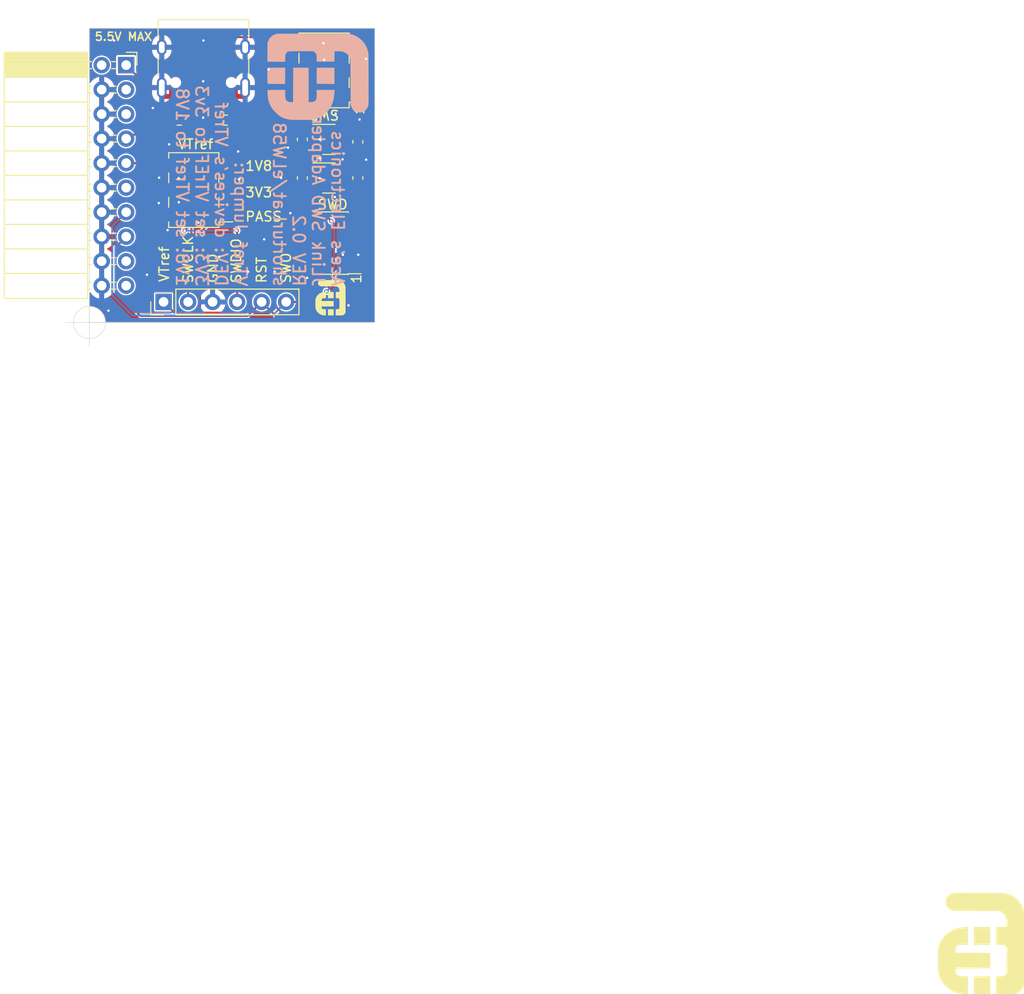
<source format=kicad_pcb>
(kicad_pcb (version 20220427) (generator pcbnew)
  (layers (0 "F.Cu" signal) (31 "B.Cu" signal) (34 "B.Paste" user) (35 "F.Paste" user) (36 "B.SilkS" user "B.Silkscreen") (37 "F.SilkS" user "F.Silkscreen") (38 "B.Mask" user) (39 "F.Mask" user) (44 "Edge.Cuts" user))
  (net 0 "")
  (net 2 "GND")
  (net 3 "unconnected-(J1-Pin_8)")
  (net 4 "/SWO\\TDO")
  (net 5 "/SWDCLK\\TCK")
  (net 6 "/SWDIO\\TMS")
  (net 7 "/VTref")
  (net 9 "/RESET")
  (net 17 "+5V")
  (net 18 "+1V8")
  (net 19 "+3V3")
  (net 20 "/VTrefJ")
  (net 21 "Net-(J6-CC1)")
  (net 25 "Net-(J6-CC2)")
  (footprint "Connector_PinHeader_1.27mm:PinHeader_2x05_P1.27mm_Vertical_SMD" (layer "F.Cu") (at 163.5 101 180)
    (fp_text reference "J1" hide)
    (fp_text value "Conn_02x05_Odd_Even")
    (pad "1" smd rect (at -1.95 -2.54 180) (size 2.4 0.74) (layers "F.Cu" "F.Paste" "F.Mask") (net 20 "/VTrefJ"))
    (pad "2" smd rect (at 1.95 -2.54 180) (size 2.4 0.74) (layers "F.Cu" "F.Paste" "F.Mask") (net 6 "/SWDIO\\TMS"))
    (pad "3" smd rect (at -1.95 -1.27 180) (size 2.4 0.74) (layers "F.Cu" "F.Paste" "F.Mask") (net 2 "GND"))
    (pad "4" smd rect (at 1.95 -1.27 180) (size 2.4 0.74) (layers "F.Cu" "F.Paste" "F.Mask") (net 5 "/SWDCLK\\TCK"))
    (pad "5" smd rect (at -1.95 0 180) (size 2.4 0.74) (layers "F.Cu" "F.Paste" "F.Mask"))
    (pad "6" smd rect (at 1.95 0 180) (size 2.4 0.74) (layers "F.Cu" "F.Paste" "F.Mask") (net 4 "/SWO\\TDO"))
    (pad "7" smd rect (at -1.95 1.27 180) (size 2.4 0.74) (layers "F.Cu" "F.Paste" "F.Mask"))
    (pad "8" smd rect (at 1.95 1.27 180) (size 2.4 0.74) (layers "F.Cu" "F.Paste" "F.Mask") (net 3 "unconnected-(J1-Pin_8)"))
    (pad "9" smd rect (at -1.95 2.54 180) (size 2.4 0.74) (layers "F.Cu" "F.Paste" "F.Mask"))
    (pad "10" smd rect (at 1.95 2.54 180) (size 2.4 0.74) (layers "F.Cu" "F.Paste" "F.Mask") (net 9 "/RESET"))
  )
  (footprint "Connector_PinSocket_2.54mm:PinSocket_2x10_P2.54mm_Horizontal" (layer "F.Cu") (at 142.24 82.55)
    (fp_text reference "J4" hide)
    (fp_text value "Conn_02x10_Odd_Even")
    (pad "1" thru_hole rect (at 0 0) (size 1.7 1.7) (drill 1) (layers *.Cu *.Mask) (net 7 "/VTref"))
    (pad "2" thru_hole oval (at -2.54 0) (size 1.7 1.7) (drill 1) (layers *.Cu *.Mask))
    (pad "3" thru_hole oval (at 0 2.54) (size 1.7 1.7) (drill 1) (layers *.Cu *.Mask))
    (pad "4" thru_hole oval (at -2.54 2.54) (size 1.7 1.7) (drill 1) (layers *.Cu *.Mask) (net 2 "GND"))
    (pad "5" thru_hole oval (at 0 5.08) (size 1.7 1.7) (drill 1) (layers *.Cu *.Mask))
    (pad "6" thru_hole oval (at -2.54 5.08) (size 1.7 1.7) (drill 1) (layers *.Cu *.Mask) (net 2 "GND"))
    (pad "7" thru_hole oval (at 0 7.62) (size 1.7 1.7) (drill 1) (layers *.Cu *.Mask) (net 6 "/SWDIO\\TMS"))
    (pad "8" thru_hole oval (at -2.54 7.62) (size 1.7 1.7) (drill 1) (layers *.Cu *.Mask) (net 2 "GND"))
    (pad "9" thru_hole oval (at 0 10.16) (size 1.7 1.7) (drill 1) (layers *.Cu *.Mask) (net 5 "/SWDCLK\\TCK"))
    (pad "10" thru_hole oval (at -2.54 10.16) (size 1.7 1.7) (drill 1) (layers *.Cu *.Mask) (net 2 "GND"))
    (pad "11" thru_hole oval (at 0 12.7) (size 1.7 1.7) (drill 1) (layers *.Cu *.Mask))
    (pad "12" thru_hole oval (at -2.54 12.7) (size 1.7 1.7) (drill 1) (layers *.Cu *.Mask) (net 2 "GND"))
    (pad "13" thru_hole oval (at 0 15.24) (size 1.7 1.7) (drill 1) (layers *.Cu *.Mask) (net 4 "/SWO\\TDO"))
    (pad "14" thru_hole oval (at -2.54 15.24) (size 1.7 1.7) (drill 1) (layers *.Cu *.Mask) (net 2 "GND"))
    (pad "15" thru_hole oval (at 0 17.78) (size 1.7 1.7) (drill 1) (layers *.Cu *.Mask) (net 9 "/RESET"))
    (pad "16" thru_hole oval (at -2.54 17.78) (size 1.7 1.7) (drill 1) (layers *.Cu *.Mask) (net 2 "GND"))
    (pad "17" thru_hole oval (at 0 20.32) (size 1.7 1.7) (drill 1) (layers *.Cu *.Mask))
    (pad "18" thru_hole oval (at -2.54 20.32) (size 1.7 1.7) (drill 1) (layers *.Cu *.Mask) (net 2 "GND"))
    (pad "19" thru_hole oval (at 0 22.86) (size 1.7 1.7) (drill 1) (layers *.Cu *.Mask))
    (pad "20" thru_hole oval (at -2.54 22.86) (size 1.7 1.7) (drill 1) (layers *.Cu *.Mask) (net 2 "GND"))
  )
  (footprint "Connector_PinHeader_2.54mm:PinHeader_1x06_P2.54mm_Vertical" (layer "F.Cu") (at 146.12 107.09 90)
    (fp_text reference "J3" hide)
    (fp_text value "Conn_01x06")
    (pad "1" thru_hole rect (at 0 0 90) (size 1.7 1.7) (drill 1) (layers *.Cu *.Mask) (net 20 "/VTrefJ"))
    (pad "2" thru_hole oval (at 0 2.54 90) (size 1.7 1.7) (drill 1) (layers *.Cu *.Mask) (net 5 "/SWDCLK\\TCK"))
    (pad "3" thru_hole oval (at 0 5.08 90) (size 1.7 1.7) (drill 1) (layers *.Cu *.Mask) (net 2 "GND"))
    (pad "4" thru_hole oval (at 0 7.62 90) (size 1.7 1.7) (drill 1) (layers *.Cu *.Mask) (net 6 "/SWDIO\\TMS"))
    (pad "5" thru_hole oval (at 0 10.16 90) (size 1.7 1.7) (drill 1) (layers *.Cu *.Mask) (net 9 "/RESET"))
    (pad "6" thru_hole oval (at 0 12.7 90) (size 1.7 1.7) (drill 1) (layers *.Cu *.Mask) (net 4 "/SWO\\TDO"))
  )
  (footprint "Capacitor_SMD:C_0603_1608Metric" (layer "F.Cu") (at 160.5 94.25 90)
    (fp_text reference "C4" hide)
    (fp_text value "1u")
    (pad "1" smd roundrect (at -0.775 0 90) (size 0.9 0.95) (layers "F.Cu" "F.Paste" "F.Mask") (net 19 "+3V3"))
    (pad "2" smd roundrect (at 0.775 0 90) (size 0.9 0.95) (layers "F.Cu" "F.Paste" "F.Mask") (net 2 "GND"))
  )
  (footprint "Resistor_SMD:R_0603_1608Metric" (layer "F.Cu") (at 147.75 88.25)
    (fp_text reference "R2" hide)
    (fp_text value "5.1k")
    (pad "1" smd roundrect (at -0.825 0) (size 0.8 0.95) (layers "F.Cu" "F.Paste" "F.Mask") (net 2 "GND"))
    (pad "2" smd roundrect (at 0.825 0) (size 0.8 0.95) (layers "F.Cu" "F.Paste" "F.Mask") (net 25 "Net-(J6-CC2)"))
  )
  (footprint "Resistor_SMD:R_0603_1608Metric" (layer "F.Cu") (at 152.5 88.25 180)
    (fp_text reference "R1" hide)
    (fp_text value "5.1k")
    (pad "1" smd roundrect (at -0.825 0 180) (size 0.8 0.95) (layers "F.Cu" "F.Paste" "F.Mask") (net 2 "GND"))
    (pad "2" smd roundrect (at 0.825 0 180) (size 0.8 0.95) (layers "F.Cu" "F.Paste" "F.Mask") (net 21 "Net-(J6-CC1)"))
  )
  (footprint "Connector_PinHeader_2.54mm:PinHeader_2x03_P2.54mm_Vertical_SMD" (layer "F.Cu") (at 149.25 95.5 180)
    (fp_text reference "J2" hide)
    (fp_text value "Conn_02x03_Odd_Even")
    (pad "1" smd rect (at -2.525 -2.54 180) (size 3.15 1) (layers "F.Cu" "F.Paste" "F.Mask") (net 20 "/VTrefJ"))
    (pad "2" smd rect (at 2.525 -2.54 180) (size 3.15 1) (layers "F.Cu" "F.Paste" "F.Mask") (net 7 "/VTref"))
    (pad "3" smd rect (at -2.525 0 180) (size 3.15 1) (layers "F.Cu" "F.Paste" "F.Mask") (net 19 "+3V3"))
    (pad "4" smd rect (at 2.525 0 180) (size 3.15 1) (layers "F.Cu" "F.Paste" "F.Mask") (net 7 "/VTref"))
    (pad "5" smd rect (at -2.525 2.54 180) (size 3.15 1) (layers "F.Cu" "F.Paste" "F.Mask") (net 18 "+1V8"))
    (pad "6" smd rect (at 2.525 2.54 180) (size 3.15 1) (layers "F.Cu" "F.Paste" "F.Mask") (net 7 "/VTref"))
  )
  (footprint "Acea:ae_3-5mm" (layer "F.Cu") (at 163.4 106.7)
    (fp_text reference "G***" hide)
    (fp_text value "" (at 0.75 0) (layer "F.SilkS") (effects (font (size 1.524 1.524) (thickness 0.3))))
  )
  (footprint "Package_TO_SOT_SMD:SOT-23" (layer "F.Cu") (at 163.25 90.25)
    (fp_text reference "U1" hide)
    (fp_text value "1.8V LDO")
    (pad "1" smd roundrect (at -0.9375 -0.95) (size 1.475 0.6) (layers "F.Cu" "F.Paste" "F.Mask") (net 2 "GND"))
    (pad "2" smd roundrect (at -0.9375 0.95) (size 1.475 0.6) (layers "F.Cu" "F.Paste" "F.Mask") (net 18 "+1V8"))
    (pad "3" smd roundrect (at 0.9375 0) (size 1.475 0.6) (layers "F.Cu" "F.Paste" "F.Mask") (net 17 "+5V"))
  )
  (footprint "Connector_PinHeader_2.54mm:PinHeader_2x03_P2.54mm_Vertical_SMD" (layer "F.Cu") (at 162.75 83.1 180)
    (fp_text reference "J5" hide)
    (fp_text value "Conn_02x03_Odd_Even")
    (pad "1" smd rect (at -2.525 -2.54 180) (size 3.15 1) (layers "F.Cu" "F.Paste" "F.Mask") (net 20 "/VTrefJ"))
    (pad "2" smd rect (at 2.525 -2.54 180) (size 3.15 1) (layers "F.Cu" "F.Paste" "F.Mask") (net 6 "/SWDIO\\TMS"))
    (pad "3" smd rect (at -2.525 0 180) (size 3.15 1) (layers "F.Cu" "F.Paste" "F.Mask") (net 9 "/RESET"))
    (pad "4" smd rect (at 2.525 0 180) (size 3.15 1) (layers "F.Cu" "F.Paste" "F.Mask") (net 5 "/SWDCLK\\TCK"))
    (pad "5" smd rect (at -2.525 2.54 180) (size 3.15 1) (layers "F.Cu" "F.Paste" "F.Mask") (net 2 "GND"))
    (pad "6" smd rect (at 2.525 2.54 180) (size 3.15 1) (layers "F.Cu" "F.Paste" "F.Mask") (net 4 "/SWO\\TDO"))
  )
  (footprint "Capacitor_SMD:C_0603_1608Metric" (layer "F.Cu") (at 166.25 90.5 -90)
    (fp_text reference "C1" hide)
    (fp_text value "1u")
    (pad "1" smd roundrect (at -0.775 0 270) (size 0.9 0.95) (layers "F.Cu" "F.Paste" "F.Mask") (net 17 "+5V"))
    (pad "2" smd roundrect (at 0.775 0 270) (size 0.9 0.95) (layers "F.Cu" "F.Paste" "F.Mask") (net 2 "GND"))
  )
  (footprint "Acea:ae_10mm" (layer "F.Cu") (at 230.8 173.7)
    (fp_text reference "G***" hide)
    (fp_text value "LOGO" hide)
  )
  (footprint "Capacitor_SMD:C_0603_1608Metric" (layer "F.Cu") (at 166.25 94.25 90)
    (fp_text reference "C3" hide)
    (fp_text value "1u")
    (pad "1" smd roundrect (at -0.775 0 90) (size 0.9 0.95) (layers "F.Cu" "F.Paste" "F.Mask") (net 17 "+5V"))
    (pad "2" smd roundrect (at 0.775 0 90) (size 0.9 0.95) (layers "F.Cu" "F.Paste" "F.Mask") (net 2 "GND"))
  )
  (footprint "Connector_USB:USB_C_Receptacle_HRO_TYPE-C-31-M-12" (layer "F.Cu") (at 150.25 81.75 180)
    (fp_text reference "J6" hide)
    (fp_text value "USB_C_Receptacle_USB2.0")
    (pad "" np_thru_hole circle (at -2.89 -2.6 180) (size 0.65 0.65) (drill 0.65) (layers *.Cu *.Mask))
    (pad "" np_thru_hole circle (at 2.89 -2.6 180) (size 0.65 0.65) (drill 0.65) (layers *.Cu *.Mask))
    (pad "A1" smd rect (at -3.25 -4.045 180) (size 0.6 1.45) (layers "F.Cu" "F.Paste" "F.Mask") (net 2 "GND"))
    (pad "A4" smd rect (at -2.45 -4.045 180) (size 0.6 1.45) (layers "F.Cu" "F.Paste" "F.Mask") (net 17 "+5V"))
    (pad "A5" smd rect (at -1.25 -4.045 180) (size 0.3 1.45) (layers "F.Cu" "F.Paste" "F.Mask") (net 21 "Net-(J6-CC1)"))
    (pad "A6" smd rect (at -0.25 -4.045 180) (size 0.3 1.45) (layers "F.Cu" "F.Paste" "F.Mask"))
    (pad "A7" smd rect (at 0.25 -4.045 180) (size 0.3 1.45) (layers "F.Cu" "F.Paste" "F.Mask"))
    (pad "A8" smd rect (at 1.25 -4.045 180) (size 0.3 1.45) (layers "F.Cu" "F.Paste" "F.Mask"))
    (pad "A9" smd rect (at 2.45 -4.045 180) (size 0.6 1.45) (layers "F.Cu" "F.Paste" "F.Mask") (net 17 "+5V"))
    (pad "A12" smd rect (at 3.25 -4.045 180) (size 0.6 1.45) (layers "F.Cu" "F.Paste" "F.Mask") (net 2 "GND"))
    (pad "B1" smd rect (at 3.25 -4.045 180) (size 0.6 1.45) (layers "F.Cu" "F.Paste" "F.Mask") (net 2 "GND"))
    (pad "B4" smd rect (at 2.45 -4.045 180) (size 0.6 1.45) (layers "F.Cu" "F.Paste" "F.Mask") (net 17 "+5V"))
    (pad "B5" smd rect (at 1.75 -4.045 180) (size 0.3 1.45) (layers "F.Cu" "F.Paste" "F.Mask") (net 25 "Net-(J6-CC2)"))
    (pad "B6" smd rect (at 0.75 -4.045 180) (size 0.3 1.45) (layers "F.Cu" "F.Paste" "F.Mask"))
    (pad "B7" smd rect (at -0.75 -4.045 180) (size 0.3 1.45) (layers "F.Cu" "F.Paste" "F.Mask"))
    (pad "B8" smd rect (at -1.75 -4.045 180) (size 0.3 1.45) (layers "F.Cu" "F.Paste" "F.Mask"))
    (pad "B9" smd rect (at -2.45 -4.045 180) (size 0.6 1.45) (layers "F.Cu" "F.Paste" "F.Mask") (net 17 "+5V"))
    (pad "B12" smd rect (at -3.25 -4.045 180) (size 0.6 1.45) (layers "F.Cu" "F.Paste" "F.Mask") (net 2 "GND"))
    (pad "S1" thru_hole oval (at -4.32 -3.13 180) (size 1 2.1) (drill oval 0.6 1.7) (layers *.Cu *.Mask) (net 2 "GND"))
    (pad "S1" thru_hole oval (at -4.32 1.05 180) (size 1 1.6) (drill oval 0.6 1.2) (layers *.Cu *.Mask) (net 2 "GND"))
    (pad "S1" thru_hole oval (at 4.32 -3.13 180) (size 1 2.1) (drill oval 0.6 1.7) (layers *.Cu *.Mask) (net 2 "GND"))
    (pad "S1" thru_hole oval (at 4.32 1.05 180) (size 1 1.6) (drill oval 0.6 1.2) (layers *.Cu *.Mask) (net 2 "GND"))
  )
  (footprint "Package_TO_SOT_SMD:SOT-23" (layer "F.Cu") (at 163.25 94.25)
    (fp_text reference "U2" hide)
    (fp_text value "3.3V LDO")
    (pad "1" smd roundrect (at -0.9375 -0.95) (size 1.475 0.6) (layers "F.Cu" "F.Paste" "F.Mask") (net 2 "GND"))
    (pad "2" smd roundrect (at -0.9375 0.95) (size 1.475 0.6) (layers "F.Cu" "F.Paste" "F.Mask") (net 19 "+3V3"))
    (pad "3" smd roundrect (at 0.9375 0) (size 1.475 0.6) (layers "F.Cu" "F.Paste" "F.Mask") (net 17 "+5V"))
  )
  (footprint "Capacitor_SMD:C_0603_1608Metric" (layer "F.Cu") (at 160.5 90.25 90)
    (fp_text reference "C2" hide)
    (fp_text value "1u")
    (pad "1" smd roundrect (at -0.775 0 90) (size 0.9 0.95) (layers "F.Cu" "F.Paste" "F.Mask") (net 18 "+1V8"))
    (pad "2" smd roundrect (at 0.775 0 90) (size 0.9 0.95) (layers "F.Cu" "F.Paste" "F.Mask") (net 2 "GND"))
  )
  (footprint "Acea:ae_10mm" (layer "B.Cu") (at 162 83.8 90)
    (fp_text reference "G***" hide)
    (fp_text value "LOGO" hide)
  )
  (gr_line (start 138.43 109.22) (end 138.43 78.74) (stroke (width 0.05)) (layer "Edge.Cuts"))
  (gr_line (start 168 78.74) (end 168 109.22) (stroke (width 0.05)) (layer "Edge.Cuts"))
  (gr_line (start 138.43 78.74) (end 168 78.74) (stroke (width 0.05)) (layer "Edge.Cuts"))
  (gr_line (start 168 109.22) (end 138.43 109.22) (stroke (width 0.05)) (layer "Edge.Cuts"))
  (gr_text "Ace's Electronics \nJLink SWD Adapter\nREV 0.2\nshorturl.at/eLW58\n\nVTref Jumper:\nDEV: devices's VTref\n3V3: set VTrEF to 3v3\n1V8: set VTref to 1V8" (at 156.1 105.6 270) (layer "B.SilkS") (effects (font (size 1.25 1.25) (thickness 0.2)) (justify left mirror)))
  (gr_text "VTref" (at 147.5 90.75) (layer "F.SilkS") (effects (font (size 1 1) (thickness 0.16)) (justify left)))
  (gr_text "5.5V MAX" (at 138.9 79.6) (layer "F.SilkS") (effects (font (size 0.85 0.85) (thickness 0.16)) (justify left)))
  (gr_text "1" (at 166.4 87.2 90) (layer "F.SilkS") (effects (font (size 1 1))))
  (gr_text "SWD" (at 162 97) (layer "F.SilkS") (effects (font (size 1 1) (thickness 0.16)) (justify left)))
  (gr_text "1V8" (at 154.5 93) (layer "F.SilkS") (effects (font (size 1 1) (thickness 0.16)) (justify left)))
  (gr_text "SWDIO" (at 153.65 105.23 90) (layer "F.SilkS") (effects (font (size 1 1) (thickness 0.16)) (justify left)))
  (gr_text "SWCLK" (at 148.66 105.25 90) (layer "F.SilkS") (effects (font (size 1 1) (thickness 0.16)) (justify left)))
  (gr_text "PASS" (at 154.5 98.25) (layer "F.SilkS") (effects (font (size 1 1) (thickness 0.16)) (justify left)))
  (gr_text "SWD" (at 164.4 87.7 180) (layer "F.SilkS") (effects (font (size 1 1) (thickness 0.16)) (justify left)))
  (gr_text "1" (at 166.1 104.7 90) (layer "F.SilkS") (effects (font (size 1 1))))
  (gr_text "SWO" (at 158.8 105.25 90) (layer "F.SilkS") (effects (font (size 1 1) (thickness 0.16)) (justify left)))
  (gr_text "3V3" (at 154.5 95.75) (layer "F.SilkS") (effects (font (size 1 1) (thickness 0.16)) (justify left)))
  (gr_text "GND" (at 151.23 105.23 90) (layer "F.SilkS") (effects (font (size 1 1) (thickness 0.16)) (justify left)))
  (gr_text "RST" (at 156.27 105.25 90) (layer "F.SilkS") (effects (font (size 1 1) (thickness 0.16)) (justify left)))
  (gr_text "VTref" (at 146.18 105.12 90) (layer "F.SilkS") (effects (font (size 1 1) (thickness 0.16)) (justify left)))
  (target plus (at 138.430796 109.22132) (size 5) (width 0.05) (layer "Edge.Cuts"))
  (segment (start 147 88.175) (end 146.925 88.25) (width 0.2) (layer "F.Cu") (net 2))
  (segment (start 153.5 85.795) (end 153.5 88.075) (width 0.2) (layer "F.Cu") (net 2))
  (segment (start 165.45 102.54) (end 166.28 102.54) (width 0.2) (layer "F.Cu") (net 2))
  (segment (start 153.5 88.075) (end 153.325 88.25) (width 0.2) (layer "F.Cu") (net 2))
  (segment (start 147 85.795) (end 147 88.175) (width 0.2) (layer "F.Cu") (net 2))
  (via (at 146.537355 99.647525) (size 0.45) (drill 0.25) (layers "F.Cu" "B.Cu") (net 2))
  (via (at 154.89382 103.953789) (size 0.45) (drill 0.25) (layers "F.Cu" "B.Cu") (net 2))
  (via (at 153.851808 91.500747) (size 0.45) (drill 0.25) (layers "F.Cu" "B.Cu") (net 2))
  (via (at 145 87) (size 0.45) (drill 0.25) (layers "F.Cu" "B.Cu") (net 2))
  (via (at 159.257086 97.893089) (size 0.45) (drill 0.25) (layers "F.Cu" "B.Cu") (net 2))
  (via (at 140.4 108) (size 0.45) (drill 0.25) (layers "F.Cu" "B.Cu") (net 2))
  (via (at 159.016903 91.103432) (size 0.45) (drill 0.25) (layers "F.Cu" "B.Cu") (net 2))
  (via (at 167.1 81.9) (size 0.45) (drill 0.25) (layers "F.Cu" "B.Cu") (net 2))
  (via (at 158.292388 94.235209) (size 0.45) (drill 0.25) (layers "F.Cu" "B.Cu") (net 2))
  (via (at 150.22498 88) (size 0.45) (drill 0.25) (layers "F.Cu" "B.Cu") (net 2))
  (via (at 164.7 102.2) (size 0.45) (drill 0.25) (layers "F.Cu" "B.Cu") (net 2))
  (via (at 163.865696 96.221039) (size 0.45) (drill 0.25) (layers "F.Cu" "B.Cu") (net 2))
  (via (at 166.289398 102.2) (size 0.45) (drill 0.25) (layers "F.Cu" "B.Cu") (net 2))
  (via (at 141 80) (size 0.45) (drill 0.25) (layers "F.Cu" "B.Cu") (net 2))
  (via (at 156.545995 100.604179) (size 0.45) (drill 0.25) (layers "F.Cu" "B.Cu") (net 2))
  (via (at 150.25 80) (size 0.45) (drill 0.25) (layers "F.Cu" "B.Cu") (net 2))
  (via (at 162.308364 94.281817) (size 0.45) (drill 0.25) (layers "F.Cu" "B.Cu") (net 2))
  (via (at 162.291273 92.196727) (size 0.45) (drill 0.25) (layers "F.Cu" "B.Cu") (net 2))
  (via (at 145.621152 96.847055) (size 0.45) (drill 0.25) (layers "F.Cu" "B.Cu") (net 2))
  (via (at 157 83) (size 0.45) (drill 0.25) (layers "F.Cu" "B.Cu") (net 2))
  (via (at 166.422182 88.187429) (size 0.45) (drill 0.25) (layers "F.Cu" "B.Cu") (net 2))
  (via (at 162.757902 82) (size 0.45) (drill 0.25) (layers "F.Cu" "B.Cu") (net 2))
  (via (at 151.895073 102.403782) (size 0.45) (drill 0.25) (layers "F.Cu" "B.Cu") (net 2))
  (via (at 162.308364 90.248364) (size 0.45) (drill 0.25) (layers "F.Cu" "B.Cu") (net 2))
  (via (at 162.691392 80.280115) (size 0.45) (drill 0.25) (layers "F.Cu" "B.Cu") (net 2))
  (via (at 161 104.6) (size 0.45) (drill 0.25) (layers "F.Cu" "B.Cu") (net 2))
  (via (at 147.695574 96.760621) (size 0.45) (drill 0.25) (layers "F.Cu" "B.Cu") (net 2))
  (via (at 149.715619 98.871815) (size 0.45) (drill 0.25) (layers "F.Cu" "B.Cu") (net 2))
  (via (at 144.392831 104.2735) (size 0.45) (drill 0.25) (layers "F.Cu" "B.Cu") (net 2))
  (via (at 157.621753 103.953789) (size 0.45) (drill 0.25) (layers "F.Cu" "B.Cu") (net 2))
  (via (at 164.659283 92.315346) (size 0.45) (drill 0.25) (layers "F.Cu" "B.Cu") (net 2))
  (via (at 163.949091 87.582183) (size 0.45) (drill 0.25) (layers "F.Cu" "B.Cu") (net 2))
  (via (at 165.283761 107.450353) (size 0.45) (drill 0.25) (layers "F.Cu" "B.Cu") (net 2))
  (via (at 167.110908 92.350545) (size 0.45) (drill 0.25) (layers "F.Cu" "B.Cu") (net 2))
  (via (at 150.22498 84.22498) (size 0.45) (drill 0.25) (layers "F.Cu" "B.Cu") (net 2))
  (via (at 146.692936 90.762084) (size 0.45) (drill 0.25) (layers "F.Cu" "B.Cu") (net 2))
  (via (at 145.655725 94.219454) (size 0.45) (drill 0.25) (layers "F.Cu" "B.Cu") (net 2))
  (via (at 147.678287 94.271314) (size 0.45) (drill 0.25) (layers "F.Cu" "B.Cu") (net 2))
  (via (at 153.921923 94.375438) (size 0.45) (drill 0.25) (layers "F.Cu" "B.Cu") (net 2))
  (segment (start 162.38 100) (end 161.55 100) (width 0.2) (layer "F.Cu") (net 3))
  (segment (start 157.505704 90.5) (end 159.5 88.505704) (width 0.2) (layer "F.Cu") (net 4))
  (segment (start 160.1 87.9) (end 161.9 87.9) (width 0.2) (layer "F.Cu") (net 4))
  (segment (start 159.5 88.505704) (end 159.5 88.5) (width 0.2) (layer "F.Cu") (net 4))
  (segment (start 156.70952 96.84952) (end 149.84952 96.84952) (width 0.2) (layer "F.Cu") (net 4))
  (segment (start 150.7 90.5) (end 157.505704 90.5) (width 0.2) (layer "F.Cu") (net 4))
  (segment (start 163 104.112081) (end 163 101.650978) (width 0.2) (layer "F.Cu") (net 4))
  (segment (start 160.225 80.625) (end 160.225 80.56) (width 0.2) (layer "F.Cu") (net 4))
  (segment (start 161.55 101.27) (end 160.57 101.27) (width 0.2) (layer "F.Cu") (net 4))
  (segment (start 149.45048 91.74952) (end 150.7 90.5) (width 0.2) (layer "F.Cu") (net 4))
  (segment (start 162.602852 83.002852) (end 160.225 80.625) (width 0.2) (layer "F.Cu") (net 4))
  (segment (start 163 101.650978) (end 162.349022 101) (width 0.2) (layer "F.Cu") (net 4))
  (segment (start 161.55 101) (end 160.86 101) (width 0.2) (layer "F.Cu") (net 4))
  (segment (start 160.86 101) (end 156.70952 96.84952) (width 0.2) (layer "F.Cu") (net 4))
  (segment (start 159.5 88.5) (end 160.1 87.9) (width 0.2) (layer "F.Cu") (net 4))
  (segment (start 162.602852 87.197148) (end 162.602852 83.002852) (width 0.2) (layer "F.Cu") (net 4))
  (segment (start 158.82 107.09) (end 160.022081 107.09) (width 0.2) (layer "F.Cu") (net 4))
  (segment (start 160.022081 107.09) (end 163 104.112081) (width 0.2) (layer "F.Cu") (net 4))
  (segment (start 149.84952 96.84952) (end 149.45048 96.45048) (width 0.2) (layer "F.Cu") (net 4))
  (segment (start 149.45048 96.45048) (end 149.45048 91.74952) (width 0.2) (layer "F.Cu") (net 4))
  (segment (start 162.349022 101) (end 161.55 101) (width 0.2) (layer "F.Cu") (net 4))
  (segment (start 161.9 87.9) (end 162.602852 87.197148) (width 0.2) (layer "F.Cu") (net 4))
  (segment (start 142.24 97.79) (end 140.799511 99.230489) (width 0.2) (layer "B.Cu") (net 4))
  (segment (start 157.41 108.5) (end 158.82 107.09) (width 0.2) (layer "B.Cu") (net 4))
  (segment (start 142.9 108.5) (end 157.41 108.5) (width 0.2) (layer "B.Cu") (net 4))
  (segment (start 140.799511 106.399511) (end 142.9 108.5) (width 0.2) (layer "B.Cu") (net 4))
  (segment (start 140.799511 99.230489) (end 140.799511 106.399511) (width 0.2) (layer "B.Cu") (net 4))
  (segment (start 144.3 93.6) (end 144.3 99.6) (width 0.2) (layer "F.Cu") (net 5))
  (segment (start 149 91.705704) (end 149 97.1) (width 0.2) (layer "F.Cu") (net 5))
  (segment (start 156.570489 97.290489) (end 149 97.290489) (width 0.2) (layer "F.Cu") (net 5))
  (segment (start 159.9 100.62) (end 156.570489 97.290489) (width 0.2) (layer "F.Cu") (net 5))
  (segment (start 157.405704 90.105704) (end 150.6 90.105704) (width 0.2) (layer "F.Cu") (net 5))
  (segment (start 162.253332 87.046668) (end 161.74952 87.55048) (width 0.2) (layer "F.Cu") (net 5))
  (segment (start 161.55 102.27) (end 160.750978 102.27) (width 0.2) (layer "F.Cu") (net 5))
  (segment (start 160.65 83.1) (end 162.253332 84.703332) (width 0.2) (layer "F.Cu") (net 5))
  (segment (start 161.74952 87.55048) (end 159.955223 87.550481) (width 0.2) (layer "F.Cu") (net 5))
  (segment (start 162.253332 84.703332) (end 162.253332 87.046668) (width 0.2) (layer "F.Cu") (net 5))
  (segment (start 142.24 92.71) (end 143.41 92.71) (width 0.2) (layer "F.Cu") (net 5))
  (segment (start 159.9 101.419022) (end 159.9 100.62) (width 0.2) (layer "F.Cu") (net 5))
  (segment (start 160.225 83.1) (end 160.65 83.1) (width 0.2) (layer "F.Cu") (net 5))
  (segment (start 149 100.2) (end 148.66 100.54) (width 0.2) (layer "F.Cu") (net 5))
  (segment (start 148.66 100.54) (end 148.66 107.09) (width 0.2) (layer "F.Cu") (net 5))
  (segment (start 145.24 100.54) (end 148.66 100.54) (width 0.2) (layer "F.Cu") (net 5))
  (segment (start 160.750978 102.27) (end 159.9 101.419022) (width 0.2) (layer "F.Cu") (net 5))
  (segment (start 143.41 92.71) (end 144.3 93.6) (width 0.2) (layer "F.Cu") (net 5))
  (segment (start 149 97) (end 149 100.2) (width 0.2) (layer "F.Cu") (net 5))
  (segment (start 144.3 99.6) (end 145.24 100.54) (width 0.2) (layer "F.Cu") (net 5))
  (segment (start 159.955223 87.550481) (end 157.405704 90.1) (width 0.2) (layer "F.Cu") (net 5))
  (segment (start 157.405704 90.1) (end 157.405704 90.105704) (width 0.2) (layer "F.Cu") (net 5))
  (segment (start 150.6 90.105704) (end 149 91.705704) (width 0.2) (layer "F.Cu") (net 5))
  (segment (start 148.650481 99.349519) (end 148.650481 89.761887) (width 0.2) (layer "F.Cu") (net 6))
  (segment (start 153.74 105.36) (end 153.74 107.09) (width 0.2) (layer "F.Cu") (net 6))
  (segment (start 148.3 99.7) (end 148.650481 99.349519) (width 0.2) (layer "F.Cu") (net 6))
  (segment (start 153.74 99.74) (end 153.74 105.36) (width 0.2) (layer "F.Cu") (net 6))
  (segment (start 158.34 105.36) (end 153.74 105.36) (width 0.2) (layer "F.Cu") (net 6))
  (segment (start 148.650481 89.761887) (end 148.656184 89.756184) (width 0.2) (layer "F.Cu") (net 6))
  (segment (start 160.225 86.775) (end 160.225 85.64) (width 0.2) (layer "F.Cu") (net 6))
  (segment (start 157.243816 89.756184) (end 160.225 86.775) (width 0.2) (layer "F.Cu") (net 6))
  (segment (start 153.7 99.7) (end 153.74 99.74) (width 0.2) (layer "F.Cu") (net 6))
  (segment (start 142.653816 89.756184) (end 148.656184 89.756184) (width 0.2) (layer "F.Cu") (net 6))
  (segment (start 160.16 103.54) (end 158.34 105.36) (width 0.2) (layer "F.Cu") (net 6))
  (segment (start 142.24 90.17) (end 142.653816 89.756184) (width 0.2) (layer "F.Cu") (net 6))
  (segment (start 148.656184 89.756184) (end 157.243816 89.756184) (width 0.2) (layer "F.Cu") (net 6))
  (segment (start 161.55 103.54) (end 160.16 103.54) (width 0.2) (layer "F.Cu") (net 6))
  (via (at 153.7 99.7) (size 0.45) (drill 0.25) (layers "F.Cu" "B.Cu") (net 6))
  (via (at 148.3 99.7) (size 0.45) (drill 0.25) (layers "F.Cu" "B.Cu") (net 6))
  (segment (start 148.3 99.7) (end 153.7 99.7) (width 0.2) (layer "B.Cu") (net 6))
  (segment (start 142.24 82.55) (end 143.389511 83.699511) (width 0.2) (layer "F.Cu") (net 7))
  (segment (start 146.725 92.96) (end 146.725 98.04) (width 0.2) (layer "F.Cu") (net 7))
  (segment (start 141.839511 91.4) (end 145.165 91.4) (width 0.2) (layer "F.Cu") (net 7))
  (segment (start 143.389511 83.699511) (end 143.389511 88.410489) (width 0.2) (layer "F.Cu") (net 7))
  (segment (start 143.389511 88.410489) (end 142.779511 89.020489) (width 0.2) (layer "F.Cu") (net 7))
  (segment (start 142.779511 89.020489) (end 141.763856 89.020489) (width 0.2) (layer "F.Cu") (net 7))
  (segment (start 141.763856 89.020489) (end 141 89.784345) (width 0.2) (layer "F.Cu") (net 7))
  (segment (start 141 89.784345) (end 141 90.560489) (width 0.2) (layer "F.Cu") (net 7))
  (segment (start 141 90.560489) (end 141.839511 91.4) (width 0.2) (layer "F.Cu") (net 7))
  (segment (start 145.165 91.4) (end 146.725 92.96) (width 0.2) (layer "F.Cu") (net 7))
  (segment (start 157.6 90.9) (end 160.2 88.3) (width 0.2) (layer "F.Cu") (net 9))
  (segment (start 154.820479 108.54952) (end 156.28 107.09) (width 0.2) (layer "F.Cu") (net 9))
  (segment (start 164.8 83.1) (end 165.275 83.1) (width 0.2) (layer "F.Cu") (net 9))
  (segment (start 159.59 96.5) (end 150.200978 96.5) (width 0.2) (layer "F.Cu") (net 9))
  (segment (start 142.24 100.33) (end 141.140489 101.429511) (width 0.2) (layer "F.Cu") (net 9))
  (segment (start 149.8 92) (end 150.9 90.9) (width 0.2) (layer "F.Cu") (net 9))
  (segment (start 160.2 88.3) (end 161.994295 88.3) (width 0.2) (layer "F.Cu") (net 9))
  (segment (start 150.9 90.9) (end 157.6 90.9) (width 0.2) (layer "F.Cu") (net 9))
  (segment (start 163 106) (end 160.45048 108.54952) (width 0.2) (layer "F.Cu") (net 9))
  (segment (start 161.994295 88.3) (end 163 87.294295) (width 0.2) (layer "F.Cu") (net 9))
  (segment (start 163.5 98.7) (end 163.26 98.46) (width 0.2) (layer "F.Cu") (net 9))
  (segment (start 143.75404 108.54952) (end 154.820479 108.54952) (width 0.2) (layer "F.Cu") (net 9))
  (segment (start 141.140489 105.935969) (end 143.75404 108.54952) (width 0.2) (layer "F.Cu") (net 9))
  (segment (start 160.45048 108.54952) (end 157.739519 108.549519) (width 0.2) (layer "F.Cu") (net 9))
  (segment (start 163.26 98.46) (end 161.55 98.46) (width 0.2) (layer "F.Cu") (net 9))
  (segment (start 157.739519 108.549519) (end 156.28 107.09) (width 0.2) (layer "F.Cu") (net 9))
  (segment (start 163 84.9) (end 164.8 83.1) (width 0.2) (layer "F.Cu") (net 9))
  (segment (start 149.8 96.099022) (end 149.8 92) (width 0.2) (layer "F.Cu") (net 9))
  (segment (start 141.140489 101.429511) (end 141.140489 105.935969) (width 0.2) (layer "F.Cu") (net 9))
  (segment (start 150.200978 96.5) (end 149.8 96.099022) (width 0.2) (layer "F.Cu") (net 9))
  (segment (start 161.55 98.46) (end 159.59 96.5) (width 0.2) (layer "F.Cu") (net 9))
  (segment (start 163 87.294295) (end 163 84.9) (width 0.2) (layer "F.Cu") (net 9))
  (via (at 163.5 98.7) (size 0.45) (drill 0.25) (layers "F.Cu" "B.Cu") (net 9))
  (via (at 163 106) (size 0.45) (drill 0.25) (layers "F.Cu" "B.Cu") (net 9))
  (segment (start 163.8 105.2) (end 163 106) (width 0.2) (layer "B.Cu") (net 9))
  (segment (start 163.8 99) (end 163.8 105.2) (width 0.2) (layer "B.Cu") (net 9))
  (segment (start 163.5 98.7) (end 163.8 99) (width 0.2) (layer "B.Cu") (net 9))
  (segment (start 152.465479 83.534521) (end 152.465479 84.965479) (width 0.2) (layer "F.Cu") (net 17))
  (segment (start 166.25 95.025) (end 167.75 93.525) (width 0.2) (layer "F.Cu") (net 17))
  (segment (start 147.8 84.87) (end 149.135479 83.534521) (width 0.2) (layer "F.Cu") (net 17))
  (segment (start 152.465479 80.284521) (end 152.465479 83.534521) (width 0.2) (layer "F.Cu") (net 17))
  (segment (start 165.725 90.25) (end 166.25 89.725) (width 0.2) (layer "F.Cu") (net 17))
  (segment (start 167.65048 79.65048) (end 153.09952 79.65048) (width 0.2) (layer "F.Cu") (net 17))
  (segment (start 164.1875 90.25) (end 165.725 90.25) (width 0.2) (layer "F.Cu") (net 17))
  (segment (start 167.75 89.75) (end 167.75 79.75) (width 0.2) (layer "F.Cu") (net 17))
  (segment (start 167.75 79.75) (end 167.65048 79.65048) (width 0.2) (layer "F.Cu") (net 17))
  (segment (start 153.09952 79.65048) (end 152.465479 80.284521) (width 0.2) (layer "F.Cu") (net 17))
  (segment (start 152.465479 84.965479) (end 152.7 85.2) (width 0.2) (layer "F.Cu") (net 17))
  (segment (start 152.7 85.2) (end 152.7 85.795) (width 0.2) (layer "F.Cu") (net 17))
  (segment (start 147.8 85.795) (end 147.8 84.87) (width 0.2) (layer "F.Cu") (net 17))
  (segment (start 167.725 89.725) (end 167.75 89.75) (width 0.2) (layer "F.Cu") (net 17))
  (segment (start 166.25 89.725) (end 167.725 89.725) (width 0.2) (layer "F.Cu") (net 17))
  (segment (start 167.75 93.525) (end 167.75 89.75) (width 0.2) (layer "F.Cu") (net 17))
  (segment (start 149.135479 83.534521) (end 152.465479 83.534521) (width 0.2) (layer "F.Cu") (net 17))
  (segment (start 165.172032 94.25) (end 165.947032 95.025) (width 0.2) (layer "F.Cu") (net 17))
  (segment (start 164.1875 94.25) (end 165.172032 94.25) (width 0.2) (layer "F.Cu") (net 17))
  (segment (start 165.947032 95.025) (end 166.25 95.025) (width 0.2) (layer "F.Cu") (net 17))
  (segment (start 160.5 91.025) (end 162.1375 91.025) (width 0.2) (layer "F.Cu") (net 18))
  (segment (start 151.775 92.96) (end 158.565 92.96) (width 0.2) (layer "F.Cu") (net 18))
  (segment (start 162.1375 91.025) (end 162.3125 91.2) (width 0.2) (layer "F.Cu") (net 18))
  (segment (start 158.565 92.96) (end 160.5 91.025) (width 0.2) (layer "F.Cu") (net 18))
  (segment (start 151.775 95.5) (end 160.025 95.5) (width 0.2) (layer "F.Cu") (net 19))
  (segment (start 162.1375 95.025) (end 162.3125 95.2) (width 0.2) (layer "F.Cu") (net 19))
  (segment (start 160.5 95.025) (end 162.1375 95.025) (width 0.2) (layer "F.Cu") (net 19))
  (segment (start 160.025 95.5) (end 160.5 95.025) (width 0.2) (layer "F.Cu") (net 19))
  (segment (start 163.065486 94.515006) (end 163.35048 94.8) (width 0.2) (layer "F.Cu") (net 20))
  (segment (start 155.180489 106.634567) (end 155.180489 107.695215) (width 0.2) (layer "F.Cu") (net 20))
  (segment (start 163.065486 93.84952) (end 163.065486 94.515006) (width 0.2) (layer "F.Cu") (net 20))
  (segment (start 147.23 108.2) (end 149.9 108.2) (width 0.2) (layer "F.Cu") (net 20))
  (segment (start 149.9 108.2) (end 149.9 99.915) (width 0.2) (layer "F.Cu") (net 20))
  (segment (start 165.275 87.825) (end 163.20048 89.89952) (width 0.2) (layer "F.Cu") (net 20))
  (segment (start 166.899511 96.899511) (end 166.899511 102.920489) (width 0.2) (layer "F.Cu") (net 20))
  (segment (start 163.434514 93.480492) (end 163.065486 93.84952) (width 0.2) (layer "F.Cu") (net 20))
  (segment (start 157.720489 106.634567) (end 157.076411 105.990489) (width 0.2) (layer "F.Cu") (net 20))
  (segment (start 166.28 103.54) (end 165.45 103.54) (width 0.2) (layer "F.Cu") (net 20))
  (segment (start 154.675704 108.2) (end 149.9 108.2) (width 0.2) (layer "F.Cu") (net 20))
  (segment (start 146.12 107.09) (end 147.23 108.2) (width 0.2) (layer "F.Cu") (net 20))
  (segment (start 163.20048 89.89952) (end 163.20048 90.565486) (width 0.2) (layer "F.Cu") (net 20))
  (segment (start 164.8 94.8) (end 166.899511 96.899511) (width 0.2) (layer "F.Cu") (net 20))
  (segment (start 149.9 99.915) (end 151.775 98.04) (width 0.2) (layer "F.Cu") (net 20))
  (segment (start 155.180489 107.695215) (end 154.675704 108.2) (width 0.2) (layer "F.Cu") (net 20))
  (segment (start 166.899511 102.920489) (end 166.28 103.54) (width 0.2) (layer "F.Cu") (net 20))
  (segment (start 165.275 85.64) (end 165.275 87.825) (width 0.2) (layer "F.Cu") (net 20))
  (segment (start 163.35048 94.8) (end 164.8 94.8) (width 0.2) (layer "F.Cu") (net 20))
  (segment (start 157.076411 105.990489) (end 155.824567 105.990489) (width 0.2) (layer "F.Cu") (net 20))
  (segment (start 158.375056 108.2) (end 157.720489 107.545433) (width 0.2) (layer "F.Cu") (net 20))
  (segment (start 157.720489 107.545433) (end 157.720489 106.634567) (width 0.2) (layer "F.Cu") (net 20))
  (segment (start 163.20048 90.565486) (end 163.434514 90.79952) (width 0.2) (layer "F.Cu") (net 20))
  (segment (start 165.45 103.54) (end 164.62 103.54) (width 0.2) (layer "F.Cu") (net 20))
  (segment (start 159.96 108.2) (end 158.375056 108.2) (width 0.2) (layer "F.Cu") (net 20))
  (segment (start 163.434514 90.79952) (end 163.434514 93.480492) (width 0.2) (layer "F.Cu") (net 20))
  (segment (start 155.824567 105.990489) (end 155.180489 106.634567) (width 0.2) (layer "F.Cu") (net 20))
  (segment (start 164.62 103.54) (end 159.96 108.2) (width 0.2) (layer "F.Cu") (net 20))
  (segment (start 151.5 85.795) (end 151.5 88.075) (width 0.2) (layer "F.Cu") (net 21))
  (segment (start 151.5 88.075) (end 151.675 88.25) (width 0.2) (layer "F.Cu") (net 21))
  (segment (start 148.5 85.795) (end 148.5 88.175) (width 0.2) (layer "F.Cu") (net 25))
  (segment (start 148.5 88.175) (end 148.575 88.25) (width 0.2) (layer "F.Cu") (net 25))
  (zone (net 2) (net_name "GND") (layer "F.Cu") (connect_pads (clearance 0.128)) (min_thickness 0.1) (fill yes (thermal_gap 0.508) (thermal_bridge_width 0.508))
    (polygon (pts (xy 138.43 78.74) (xy 168 78.75) (xy 168 109.25) (xy 138.43 109.22)))
  )
  (zone (net 2) (net_name "GND") (layer "B.Cu") (connect_pads (clearance 0.128)) (min_thickness 0.1) (fill yes (thermal_gap 0.508) (thermal_bridge_width 0.508))
    (polygon (pts (xy 138.43 78.74) (xy 168 78.75) (xy 168 109.25) (xy 138.43 109.22)))
  )
)
</source>
